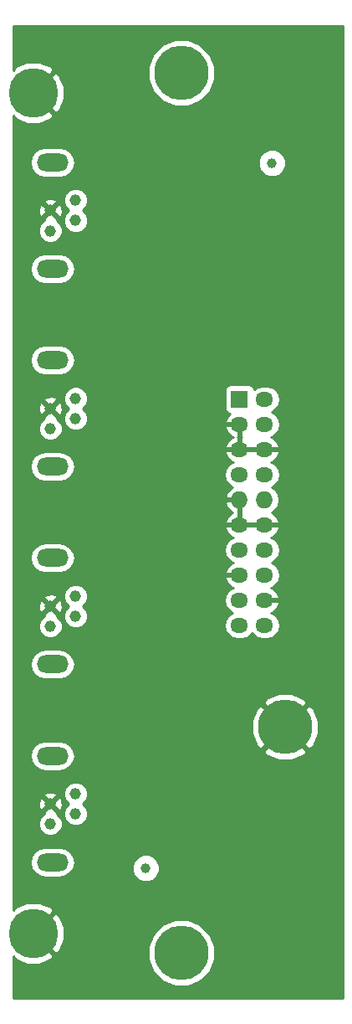
<source format=gtl>
G04 #@! TF.FileFunction,Copper,L1,Top,Signal*
%FSLAX46Y46*%
G04 Gerber Fmt 4.6, Leading zero omitted, Abs format (unit mm)*
G04 Created by KiCad (PCBNEW 4.0.4+e1-6308~48~ubuntu15.10.1-stable) date Fri Nov 17 08:48:54 2017*
%MOMM*%
%LPD*%
G01*
G04 APERTURE LIST*
%ADD10C,0.150000*%
%ADD11C,5.500000*%
%ADD12C,5.000000*%
%ADD13C,1.000000*%
%ADD14R,1.727200X1.727200*%
%ADD15O,1.800000X1.500000*%
%ADD16O,1.727200X1.727200*%
%ADD17C,1.160000*%
%ADD18O,3.200000X1.800000*%
%ADD19C,0.254000*%
G04 APERTURE END LIST*
D10*
D11*
X80772000Y-51296000D03*
X80772000Y-140296000D03*
D12*
X65772000Y-138296000D03*
X65772000Y-53296000D03*
D13*
X77190600Y-131711700D03*
X89966800Y-60401200D03*
D14*
X86671200Y-84290000D03*
D15*
X89211200Y-84290000D03*
X86671200Y-86830000D03*
X89211200Y-86830000D03*
X86671200Y-89370000D03*
X89211200Y-89370000D03*
X86671200Y-91910000D03*
X89211200Y-91910000D03*
D16*
X86671200Y-94450000D03*
X89211200Y-94450000D03*
D15*
X86671200Y-96990000D03*
X89211200Y-96990000D03*
X86671200Y-99530000D03*
X89211200Y-99530000D03*
X86671200Y-102070000D03*
X89211200Y-102070000D03*
X86671200Y-104610000D03*
X89211200Y-104610000D03*
X86671200Y-107150000D03*
X89211200Y-107150000D03*
D11*
X91287600Y-117449600D03*
D17*
X70081200Y-126230000D03*
X70081200Y-124190000D03*
X67531200Y-125210000D03*
X67531200Y-127250000D03*
D18*
X67731200Y-131100000D03*
X67731200Y-120340000D03*
D17*
X70081200Y-106230000D03*
X70081200Y-104190000D03*
X67531200Y-105210000D03*
X67531200Y-107250000D03*
D18*
X67731200Y-111100000D03*
X67731200Y-100340000D03*
D17*
X70081200Y-86230000D03*
X70081200Y-84190000D03*
X67531200Y-85210000D03*
X67531200Y-87250000D03*
D18*
X67731200Y-91100000D03*
X67731200Y-80340000D03*
D17*
X70081200Y-66230000D03*
X70081200Y-64190000D03*
X67531200Y-65210000D03*
X67531200Y-67250000D03*
D18*
X67731200Y-71100000D03*
X67731200Y-60340000D03*
D19*
G36*
X97123700Y-144876900D02*
X63758700Y-144876900D01*
X63758700Y-140596364D01*
X63997421Y-140954564D01*
X65149892Y-141431294D01*
X66397072Y-141430705D01*
X67521915Y-140964780D01*
X77394415Y-140964780D01*
X77907450Y-142206418D01*
X78856586Y-143157212D01*
X80097326Y-143672412D01*
X81440780Y-143673585D01*
X82682418Y-143160550D01*
X83633212Y-142211414D01*
X84148412Y-140970674D01*
X84149585Y-139627220D01*
X83636550Y-138385582D01*
X82687414Y-137434788D01*
X81446674Y-136919588D01*
X80103220Y-136918415D01*
X78861582Y-137431450D01*
X77910788Y-138380586D01*
X77395588Y-139621326D01*
X77394415Y-140964780D01*
X67521915Y-140964780D01*
X67546579Y-140954564D01*
X67828275Y-140531880D01*
X65772000Y-138475605D01*
X65757858Y-138489748D01*
X65578253Y-138310143D01*
X65592395Y-138296000D01*
X65951605Y-138296000D01*
X68007880Y-140352275D01*
X68430564Y-140070579D01*
X68907294Y-138918108D01*
X68906705Y-137670928D01*
X68430564Y-136521421D01*
X68007880Y-136239725D01*
X65951605Y-138296000D01*
X65592395Y-138296000D01*
X65578253Y-138281858D01*
X65757858Y-138102253D01*
X65772000Y-138116395D01*
X67828275Y-136060120D01*
X67546579Y-135637436D01*
X66394108Y-135160706D01*
X65146928Y-135161295D01*
X63997421Y-135637436D01*
X63758700Y-135995636D01*
X63758700Y-131100000D01*
X65460570Y-131100000D01*
X65576806Y-131684358D01*
X65907818Y-132179752D01*
X66403212Y-132510764D01*
X66987570Y-132627000D01*
X68474830Y-132627000D01*
X69059188Y-132510764D01*
X69554582Y-132179752D01*
X69682465Y-131988361D01*
X75793358Y-131988361D01*
X76005590Y-132502003D01*
X76398230Y-132895329D01*
X76911500Y-133108457D01*
X77467261Y-133108942D01*
X77980903Y-132896710D01*
X78374229Y-132504070D01*
X78587357Y-131990800D01*
X78587842Y-131435039D01*
X78375610Y-130921397D01*
X77982970Y-130528071D01*
X77469700Y-130314943D01*
X76913939Y-130314458D01*
X76400297Y-130526690D01*
X76006971Y-130919330D01*
X75793843Y-131432600D01*
X75793358Y-131988361D01*
X69682465Y-131988361D01*
X69885594Y-131684358D01*
X70001830Y-131100000D01*
X69885594Y-130515642D01*
X69554582Y-130020248D01*
X69059188Y-129689236D01*
X68474830Y-129573000D01*
X66987570Y-129573000D01*
X66403212Y-129689236D01*
X65907818Y-130020248D01*
X65576806Y-130515642D01*
X65460570Y-131100000D01*
X63758700Y-131100000D01*
X63758700Y-127489034D01*
X66323990Y-127489034D01*
X66507358Y-127932818D01*
X66846596Y-128272649D01*
X67290059Y-128456790D01*
X67770234Y-128457210D01*
X68214018Y-128273842D01*
X68553849Y-127934604D01*
X68737990Y-127491141D01*
X68738410Y-127010966D01*
X68555042Y-126567182D01*
X68215804Y-126227351D01*
X68168341Y-126207643D01*
X68199812Y-126058217D01*
X67531200Y-125389605D01*
X66862588Y-126058217D01*
X66893990Y-126207313D01*
X66848382Y-126226158D01*
X66508551Y-126565396D01*
X66324410Y-127008859D01*
X66323990Y-127489034D01*
X63758700Y-127489034D01*
X63758700Y-125045823D01*
X66303325Y-125045823D01*
X66333963Y-125528207D01*
X66459619Y-125831568D01*
X66682983Y-125878612D01*
X67351595Y-125210000D01*
X67710805Y-125210000D01*
X68379417Y-125878612D01*
X68602781Y-125831568D01*
X68759075Y-125374177D01*
X68728437Y-124891793D01*
X68602781Y-124588432D01*
X68379417Y-124541388D01*
X67710805Y-125210000D01*
X67351595Y-125210000D01*
X66682983Y-124541388D01*
X66459619Y-124588432D01*
X66303325Y-125045823D01*
X63758700Y-125045823D01*
X63758700Y-124361783D01*
X66862588Y-124361783D01*
X67531200Y-125030395D01*
X68132561Y-124429034D01*
X68873990Y-124429034D01*
X69057358Y-124872818D01*
X69394242Y-125210291D01*
X69058551Y-125545396D01*
X68874410Y-125988859D01*
X68873990Y-126469034D01*
X69057358Y-126912818D01*
X69396596Y-127252649D01*
X69840059Y-127436790D01*
X70320234Y-127437210D01*
X70764018Y-127253842D01*
X71103849Y-126914604D01*
X71287990Y-126471141D01*
X71288410Y-125990966D01*
X71105042Y-125547182D01*
X70768158Y-125209709D01*
X71103849Y-124874604D01*
X71287990Y-124431141D01*
X71288410Y-123950966D01*
X71105042Y-123507182D01*
X70765804Y-123167351D01*
X70322341Y-122983210D01*
X69842166Y-122982790D01*
X69398382Y-123166158D01*
X69058551Y-123505396D01*
X68874410Y-123948859D01*
X68873990Y-124429034D01*
X68132561Y-124429034D01*
X68199812Y-124361783D01*
X68152768Y-124138419D01*
X67695377Y-123982125D01*
X67212993Y-124012763D01*
X66909632Y-124138419D01*
X66862588Y-124361783D01*
X63758700Y-124361783D01*
X63758700Y-120340000D01*
X65460570Y-120340000D01*
X65576806Y-120924358D01*
X65907818Y-121419752D01*
X66403212Y-121750764D01*
X66987570Y-121867000D01*
X68474830Y-121867000D01*
X69059188Y-121750764D01*
X69554582Y-121419752D01*
X69885594Y-120924358D01*
X70001830Y-120340000D01*
X69907519Y-119865866D01*
X89050939Y-119865866D01*
X89363087Y-120314532D01*
X90605943Y-120832931D01*
X91952576Y-120836248D01*
X93197971Y-120323980D01*
X93212113Y-120314532D01*
X93524261Y-119865866D01*
X91287600Y-117629205D01*
X89050939Y-119865866D01*
X69907519Y-119865866D01*
X69885594Y-119755642D01*
X69554582Y-119260248D01*
X69059188Y-118929236D01*
X68474830Y-118813000D01*
X66987570Y-118813000D01*
X66403212Y-118929236D01*
X65907818Y-119260248D01*
X65576806Y-119755642D01*
X65460570Y-120340000D01*
X63758700Y-120340000D01*
X63758700Y-118114576D01*
X87900952Y-118114576D01*
X88413220Y-119359971D01*
X88422668Y-119374113D01*
X88871334Y-119686261D01*
X91107995Y-117449600D01*
X91467205Y-117449600D01*
X93703866Y-119686261D01*
X94152532Y-119374113D01*
X94670931Y-118131257D01*
X94674248Y-116784624D01*
X94161980Y-115539229D01*
X94152532Y-115525087D01*
X93703866Y-115212939D01*
X91467205Y-117449600D01*
X91107995Y-117449600D01*
X88871334Y-115212939D01*
X88422668Y-115525087D01*
X87904269Y-116767943D01*
X87900952Y-118114576D01*
X63758700Y-118114576D01*
X63758700Y-115033334D01*
X89050939Y-115033334D01*
X91287600Y-117269995D01*
X93524261Y-115033334D01*
X93212113Y-114584668D01*
X91969257Y-114066269D01*
X90622624Y-114062952D01*
X89377229Y-114575220D01*
X89363087Y-114584668D01*
X89050939Y-115033334D01*
X63758700Y-115033334D01*
X63758700Y-111100000D01*
X65460570Y-111100000D01*
X65576806Y-111684358D01*
X65907818Y-112179752D01*
X66403212Y-112510764D01*
X66987570Y-112627000D01*
X68474830Y-112627000D01*
X69059188Y-112510764D01*
X69554582Y-112179752D01*
X69885594Y-111684358D01*
X70001830Y-111100000D01*
X69885594Y-110515642D01*
X69554582Y-110020248D01*
X69059188Y-109689236D01*
X68474830Y-109573000D01*
X66987570Y-109573000D01*
X66403212Y-109689236D01*
X65907818Y-110020248D01*
X65576806Y-110515642D01*
X65460570Y-111100000D01*
X63758700Y-111100000D01*
X63758700Y-107489034D01*
X66323990Y-107489034D01*
X66507358Y-107932818D01*
X66846596Y-108272649D01*
X67290059Y-108456790D01*
X67770234Y-108457210D01*
X68214018Y-108273842D01*
X68553849Y-107934604D01*
X68737990Y-107491141D01*
X68738410Y-107010966D01*
X68555042Y-106567182D01*
X68215804Y-106227351D01*
X68168341Y-106207643D01*
X68199812Y-106058217D01*
X67531200Y-105389605D01*
X66862588Y-106058217D01*
X66893990Y-106207313D01*
X66848382Y-106226158D01*
X66508551Y-106565396D01*
X66324410Y-107008859D01*
X66323990Y-107489034D01*
X63758700Y-107489034D01*
X63758700Y-105045823D01*
X66303325Y-105045823D01*
X66333963Y-105528207D01*
X66459619Y-105831568D01*
X66682983Y-105878612D01*
X67351595Y-105210000D01*
X67710805Y-105210000D01*
X68379417Y-105878612D01*
X68602781Y-105831568D01*
X68759075Y-105374177D01*
X68728437Y-104891793D01*
X68602781Y-104588432D01*
X68379417Y-104541388D01*
X67710805Y-105210000D01*
X67351595Y-105210000D01*
X66682983Y-104541388D01*
X66459619Y-104588432D01*
X66303325Y-105045823D01*
X63758700Y-105045823D01*
X63758700Y-104361783D01*
X66862588Y-104361783D01*
X67531200Y-105030395D01*
X68132561Y-104429034D01*
X68873990Y-104429034D01*
X69057358Y-104872818D01*
X69394242Y-105210291D01*
X69058551Y-105545396D01*
X68874410Y-105988859D01*
X68873990Y-106469034D01*
X69057358Y-106912818D01*
X69396596Y-107252649D01*
X69840059Y-107436790D01*
X70320234Y-107437210D01*
X70764018Y-107253842D01*
X71103849Y-106914604D01*
X71287990Y-106471141D01*
X71288410Y-105990966D01*
X71105042Y-105547182D01*
X70768158Y-105209709D01*
X71103849Y-104874604D01*
X71287990Y-104431141D01*
X71288410Y-103950966D01*
X71105042Y-103507182D01*
X70765804Y-103167351D01*
X70322341Y-102983210D01*
X69842166Y-102982790D01*
X69398382Y-103166158D01*
X69058551Y-103505396D01*
X68874410Y-103948859D01*
X68873990Y-104429034D01*
X68132561Y-104429034D01*
X68199812Y-104361783D01*
X68152768Y-104138419D01*
X67695377Y-103982125D01*
X67212993Y-104012763D01*
X66909632Y-104138419D01*
X66862588Y-104361783D01*
X63758700Y-104361783D01*
X63758700Y-100340000D01*
X65460570Y-100340000D01*
X65576806Y-100924358D01*
X65907818Y-101419752D01*
X66403212Y-101750764D01*
X66987570Y-101867000D01*
X68474830Y-101867000D01*
X69059188Y-101750764D01*
X69554582Y-101419752D01*
X69885594Y-100924358D01*
X70001830Y-100340000D01*
X69885594Y-99755642D01*
X69734825Y-99530000D01*
X85114284Y-99530000D01*
X85219102Y-100056955D01*
X85517598Y-100503686D01*
X85964329Y-100802182D01*
X86004878Y-100810248D01*
X85816601Y-100876179D01*
X85413380Y-101236692D01*
X85178882Y-101728815D01*
X85301544Y-101943000D01*
X86544200Y-101943000D01*
X86544200Y-101923000D01*
X86798200Y-101923000D01*
X86798200Y-101943000D01*
X86818200Y-101943000D01*
X86818200Y-102197000D01*
X86798200Y-102197000D01*
X86798200Y-102217000D01*
X86544200Y-102217000D01*
X86544200Y-102197000D01*
X85301544Y-102197000D01*
X85178882Y-102411185D01*
X85413380Y-102903308D01*
X85816601Y-103263821D01*
X86004878Y-103329752D01*
X85964329Y-103337818D01*
X85517598Y-103636314D01*
X85219102Y-104083045D01*
X85114284Y-104610000D01*
X85219102Y-105136955D01*
X85517598Y-105583686D01*
X85961063Y-105880000D01*
X85517598Y-106176314D01*
X85219102Y-106623045D01*
X85114284Y-107150000D01*
X85219102Y-107676955D01*
X85517598Y-108123686D01*
X85964329Y-108422182D01*
X86491284Y-108527000D01*
X86851116Y-108527000D01*
X87378071Y-108422182D01*
X87824802Y-108123686D01*
X87941200Y-107949484D01*
X88057598Y-108123686D01*
X88504329Y-108422182D01*
X89031284Y-108527000D01*
X89391116Y-108527000D01*
X89918071Y-108422182D01*
X90364802Y-108123686D01*
X90663298Y-107676955D01*
X90768116Y-107150000D01*
X90663298Y-106623045D01*
X90364802Y-106176314D01*
X89918071Y-105877818D01*
X89877522Y-105869752D01*
X90065799Y-105803821D01*
X90469020Y-105443308D01*
X90703518Y-104951185D01*
X90580856Y-104737000D01*
X89338200Y-104737000D01*
X89338200Y-104757000D01*
X89084200Y-104757000D01*
X89084200Y-104737000D01*
X89064200Y-104737000D01*
X89064200Y-104483000D01*
X89084200Y-104483000D01*
X89084200Y-104463000D01*
X89338200Y-104463000D01*
X89338200Y-104483000D01*
X90580856Y-104483000D01*
X90703518Y-104268815D01*
X90469020Y-103776692D01*
X90065799Y-103416179D01*
X89877522Y-103350248D01*
X89918071Y-103342182D01*
X90364802Y-103043686D01*
X90663298Y-102596955D01*
X90768116Y-102070000D01*
X90663298Y-101543045D01*
X90364802Y-101096314D01*
X89921337Y-100800000D01*
X90364802Y-100503686D01*
X90663298Y-100056955D01*
X90768116Y-99530000D01*
X90663298Y-99003045D01*
X90364802Y-98556314D01*
X89918071Y-98257818D01*
X89877522Y-98249752D01*
X90065799Y-98183821D01*
X90469020Y-97823308D01*
X90703518Y-97331185D01*
X90580856Y-97117000D01*
X89338200Y-97117000D01*
X89338200Y-97137000D01*
X89084200Y-97137000D01*
X89084200Y-97117000D01*
X86798200Y-97117000D01*
X86798200Y-97137000D01*
X86544200Y-97137000D01*
X86544200Y-97117000D01*
X85301544Y-97117000D01*
X85178882Y-97331185D01*
X85413380Y-97823308D01*
X85816601Y-98183821D01*
X86004878Y-98249752D01*
X85964329Y-98257818D01*
X85517598Y-98556314D01*
X85219102Y-99003045D01*
X85114284Y-99530000D01*
X69734825Y-99530000D01*
X69554582Y-99260248D01*
X69059188Y-98929236D01*
X68474830Y-98813000D01*
X66987570Y-98813000D01*
X66403212Y-98929236D01*
X65907818Y-99260248D01*
X65576806Y-99755642D01*
X65460570Y-100340000D01*
X63758700Y-100340000D01*
X63758700Y-96648815D01*
X85178882Y-96648815D01*
X85301544Y-96863000D01*
X86544200Y-96863000D01*
X86544200Y-94577000D01*
X85337383Y-94577000D01*
X85216242Y-94809026D01*
X85388512Y-95224947D01*
X85782710Y-95656821D01*
X85967389Y-95743376D01*
X85816601Y-95796179D01*
X85413380Y-96156692D01*
X85178882Y-96648815D01*
X63758700Y-96648815D01*
X63758700Y-91100000D01*
X65460570Y-91100000D01*
X65576806Y-91684358D01*
X65907818Y-92179752D01*
X66403212Y-92510764D01*
X66987570Y-92627000D01*
X68474830Y-92627000D01*
X69059188Y-92510764D01*
X69554582Y-92179752D01*
X69734824Y-91910000D01*
X85114284Y-91910000D01*
X85219102Y-92436955D01*
X85517598Y-92883686D01*
X85943109Y-93168004D01*
X85782710Y-93243179D01*
X85388512Y-93675053D01*
X85216242Y-94090974D01*
X85337383Y-94323000D01*
X86544200Y-94323000D01*
X86544200Y-94303000D01*
X86798200Y-94303000D01*
X86798200Y-94323000D01*
X86818200Y-94323000D01*
X86818200Y-94577000D01*
X86798200Y-94577000D01*
X86798200Y-96863000D01*
X89084200Y-96863000D01*
X89084200Y-96843000D01*
X89338200Y-96843000D01*
X89338200Y-96863000D01*
X90580856Y-96863000D01*
X90703518Y-96648815D01*
X90469020Y-96156692D01*
X90065799Y-95796179D01*
X89928904Y-95748241D01*
X90294416Y-95504013D01*
X90617538Y-95020428D01*
X90731003Y-94450000D01*
X90617538Y-93879572D01*
X90294416Y-93395987D01*
X89946253Y-93163351D01*
X90364802Y-92883686D01*
X90663298Y-92436955D01*
X90768116Y-91910000D01*
X90663298Y-91383045D01*
X90364802Y-90936314D01*
X89918071Y-90637818D01*
X89877522Y-90629752D01*
X90065799Y-90563821D01*
X90469020Y-90203308D01*
X90703518Y-89711185D01*
X90580856Y-89497000D01*
X89338200Y-89497000D01*
X89338200Y-89517000D01*
X89084200Y-89517000D01*
X89084200Y-89497000D01*
X86798200Y-89497000D01*
X86798200Y-89517000D01*
X86544200Y-89517000D01*
X86544200Y-89497000D01*
X85301544Y-89497000D01*
X85178882Y-89711185D01*
X85413380Y-90203308D01*
X85816601Y-90563821D01*
X86004878Y-90629752D01*
X85964329Y-90637818D01*
X85517598Y-90936314D01*
X85219102Y-91383045D01*
X85114284Y-91910000D01*
X69734824Y-91910000D01*
X69885594Y-91684358D01*
X70001830Y-91100000D01*
X69885594Y-90515642D01*
X69554582Y-90020248D01*
X69059188Y-89689236D01*
X68474830Y-89573000D01*
X66987570Y-89573000D01*
X66403212Y-89689236D01*
X65907818Y-90020248D01*
X65576806Y-90515642D01*
X65460570Y-91100000D01*
X63758700Y-91100000D01*
X63758700Y-87489034D01*
X66323990Y-87489034D01*
X66507358Y-87932818D01*
X66846596Y-88272649D01*
X67290059Y-88456790D01*
X67770234Y-88457210D01*
X68214018Y-88273842D01*
X68553849Y-87934604D01*
X68737990Y-87491141D01*
X68738410Y-87010966D01*
X68555042Y-86567182D01*
X68215804Y-86227351D01*
X68168341Y-86207643D01*
X68199812Y-86058217D01*
X67531200Y-85389605D01*
X66862588Y-86058217D01*
X66893990Y-86207313D01*
X66848382Y-86226158D01*
X66508551Y-86565396D01*
X66324410Y-87008859D01*
X66323990Y-87489034D01*
X63758700Y-87489034D01*
X63758700Y-85045823D01*
X66303325Y-85045823D01*
X66333963Y-85528207D01*
X66459619Y-85831568D01*
X66682983Y-85878612D01*
X67351595Y-85210000D01*
X67710805Y-85210000D01*
X68379417Y-85878612D01*
X68602781Y-85831568D01*
X68759075Y-85374177D01*
X68728437Y-84891793D01*
X68602781Y-84588432D01*
X68379417Y-84541388D01*
X67710805Y-85210000D01*
X67351595Y-85210000D01*
X66682983Y-84541388D01*
X66459619Y-84588432D01*
X66303325Y-85045823D01*
X63758700Y-85045823D01*
X63758700Y-84361783D01*
X66862588Y-84361783D01*
X67531200Y-85030395D01*
X68132561Y-84429034D01*
X68873990Y-84429034D01*
X69057358Y-84872818D01*
X69394242Y-85210291D01*
X69058551Y-85545396D01*
X68874410Y-85988859D01*
X68873990Y-86469034D01*
X69057358Y-86912818D01*
X69396596Y-87252649D01*
X69840059Y-87436790D01*
X70320234Y-87437210D01*
X70764018Y-87253842D01*
X70846819Y-87171185D01*
X85178882Y-87171185D01*
X85413380Y-87663308D01*
X85816601Y-88023821D01*
X86034143Y-88100000D01*
X85816601Y-88176179D01*
X85413380Y-88536692D01*
X85178882Y-89028815D01*
X85301544Y-89243000D01*
X86544200Y-89243000D01*
X86544200Y-88142698D01*
X86480393Y-88100000D01*
X86544200Y-88057302D01*
X86544200Y-86957000D01*
X85301544Y-86957000D01*
X85178882Y-87171185D01*
X70846819Y-87171185D01*
X71103849Y-86914604D01*
X71287990Y-86471141D01*
X71288410Y-85990966D01*
X71105042Y-85547182D01*
X70768158Y-85209709D01*
X71103849Y-84874604D01*
X71287990Y-84431141D01*
X71288410Y-83950966D01*
X71105042Y-83507182D01*
X71024401Y-83426400D01*
X85168317Y-83426400D01*
X85168317Y-85153600D01*
X85212037Y-85385952D01*
X85349357Y-85599353D01*
X85558883Y-85742517D01*
X85672037Y-85765431D01*
X85413380Y-85996692D01*
X85178882Y-86488815D01*
X85301544Y-86703000D01*
X86544200Y-86703000D01*
X86544200Y-86683000D01*
X86798200Y-86683000D01*
X86798200Y-86703000D01*
X86818200Y-86703000D01*
X86818200Y-86957000D01*
X86798200Y-86957000D01*
X86798200Y-88057302D01*
X86862007Y-88100000D01*
X86798200Y-88142698D01*
X86798200Y-89243000D01*
X89084200Y-89243000D01*
X89084200Y-89223000D01*
X89338200Y-89223000D01*
X89338200Y-89243000D01*
X90580856Y-89243000D01*
X90703518Y-89028815D01*
X90469020Y-88536692D01*
X90065799Y-88176179D01*
X89877522Y-88110248D01*
X89918071Y-88102182D01*
X90364802Y-87803686D01*
X90663298Y-87356955D01*
X90768116Y-86830000D01*
X90663298Y-86303045D01*
X90364802Y-85856314D01*
X89921337Y-85560000D01*
X90364802Y-85263686D01*
X90663298Y-84816955D01*
X90768116Y-84290000D01*
X90663298Y-83763045D01*
X90364802Y-83316314D01*
X89918071Y-83017818D01*
X89391116Y-82913000D01*
X89031284Y-82913000D01*
X88504329Y-83017818D01*
X88142673Y-83259469D01*
X88130363Y-83194048D01*
X87993043Y-82980647D01*
X87783517Y-82837483D01*
X87534800Y-82787117D01*
X85807600Y-82787117D01*
X85575248Y-82830837D01*
X85361847Y-82968157D01*
X85218683Y-83177683D01*
X85168317Y-83426400D01*
X71024401Y-83426400D01*
X70765804Y-83167351D01*
X70322341Y-82983210D01*
X69842166Y-82982790D01*
X69398382Y-83166158D01*
X69058551Y-83505396D01*
X68874410Y-83948859D01*
X68873990Y-84429034D01*
X68132561Y-84429034D01*
X68199812Y-84361783D01*
X68152768Y-84138419D01*
X67695377Y-83982125D01*
X67212993Y-84012763D01*
X66909632Y-84138419D01*
X66862588Y-84361783D01*
X63758700Y-84361783D01*
X63758700Y-80340000D01*
X65460570Y-80340000D01*
X65576806Y-80924358D01*
X65907818Y-81419752D01*
X66403212Y-81750764D01*
X66987570Y-81867000D01*
X68474830Y-81867000D01*
X69059188Y-81750764D01*
X69554582Y-81419752D01*
X69885594Y-80924358D01*
X70001830Y-80340000D01*
X69885594Y-79755642D01*
X69554582Y-79260248D01*
X69059188Y-78929236D01*
X68474830Y-78813000D01*
X66987570Y-78813000D01*
X66403212Y-78929236D01*
X65907818Y-79260248D01*
X65576806Y-79755642D01*
X65460570Y-80340000D01*
X63758700Y-80340000D01*
X63758700Y-71100000D01*
X65460570Y-71100000D01*
X65576806Y-71684358D01*
X65907818Y-72179752D01*
X66403212Y-72510764D01*
X66987570Y-72627000D01*
X68474830Y-72627000D01*
X69059188Y-72510764D01*
X69554582Y-72179752D01*
X69885594Y-71684358D01*
X70001830Y-71100000D01*
X69885594Y-70515642D01*
X69554582Y-70020248D01*
X69059188Y-69689236D01*
X68474830Y-69573000D01*
X66987570Y-69573000D01*
X66403212Y-69689236D01*
X65907818Y-70020248D01*
X65576806Y-70515642D01*
X65460570Y-71100000D01*
X63758700Y-71100000D01*
X63758700Y-67489034D01*
X66323990Y-67489034D01*
X66507358Y-67932818D01*
X66846596Y-68272649D01*
X67290059Y-68456790D01*
X67770234Y-68457210D01*
X68214018Y-68273842D01*
X68553849Y-67934604D01*
X68737990Y-67491141D01*
X68738410Y-67010966D01*
X68555042Y-66567182D01*
X68215804Y-66227351D01*
X68168341Y-66207643D01*
X68199812Y-66058217D01*
X67531200Y-65389605D01*
X66862588Y-66058217D01*
X66893990Y-66207313D01*
X66848382Y-66226158D01*
X66508551Y-66565396D01*
X66324410Y-67008859D01*
X66323990Y-67489034D01*
X63758700Y-67489034D01*
X63758700Y-65045823D01*
X66303325Y-65045823D01*
X66333963Y-65528207D01*
X66459619Y-65831568D01*
X66682983Y-65878612D01*
X67351595Y-65210000D01*
X67710805Y-65210000D01*
X68379417Y-65878612D01*
X68602781Y-65831568D01*
X68759075Y-65374177D01*
X68728437Y-64891793D01*
X68602781Y-64588432D01*
X68379417Y-64541388D01*
X67710805Y-65210000D01*
X67351595Y-65210000D01*
X66682983Y-64541388D01*
X66459619Y-64588432D01*
X66303325Y-65045823D01*
X63758700Y-65045823D01*
X63758700Y-64361783D01*
X66862588Y-64361783D01*
X67531200Y-65030395D01*
X68132561Y-64429034D01*
X68873990Y-64429034D01*
X69057358Y-64872818D01*
X69394242Y-65210291D01*
X69058551Y-65545396D01*
X68874410Y-65988859D01*
X68873990Y-66469034D01*
X69057358Y-66912818D01*
X69396596Y-67252649D01*
X69840059Y-67436790D01*
X70320234Y-67437210D01*
X70764018Y-67253842D01*
X71103849Y-66914604D01*
X71287990Y-66471141D01*
X71288410Y-65990966D01*
X71105042Y-65547182D01*
X70768158Y-65209709D01*
X71103849Y-64874604D01*
X71287990Y-64431141D01*
X71288410Y-63950966D01*
X71105042Y-63507182D01*
X70765804Y-63167351D01*
X70322341Y-62983210D01*
X69842166Y-62982790D01*
X69398382Y-63166158D01*
X69058551Y-63505396D01*
X68874410Y-63948859D01*
X68873990Y-64429034D01*
X68132561Y-64429034D01*
X68199812Y-64361783D01*
X68152768Y-64138419D01*
X67695377Y-63982125D01*
X67212993Y-64012763D01*
X66909632Y-64138419D01*
X66862588Y-64361783D01*
X63758700Y-64361783D01*
X63758700Y-60340000D01*
X65460570Y-60340000D01*
X65576806Y-60924358D01*
X65907818Y-61419752D01*
X66403212Y-61750764D01*
X66987570Y-61867000D01*
X68474830Y-61867000D01*
X69059188Y-61750764D01*
X69554582Y-61419752D01*
X69885594Y-60924358D01*
X69934625Y-60677861D01*
X88569558Y-60677861D01*
X88781790Y-61191503D01*
X89174430Y-61584829D01*
X89687700Y-61797957D01*
X90243461Y-61798442D01*
X90757103Y-61586210D01*
X91150429Y-61193570D01*
X91363557Y-60680300D01*
X91364042Y-60124539D01*
X91151810Y-59610897D01*
X90759170Y-59217571D01*
X90245900Y-59004443D01*
X89690139Y-59003958D01*
X89176497Y-59216190D01*
X88783171Y-59608830D01*
X88570043Y-60122100D01*
X88569558Y-60677861D01*
X69934625Y-60677861D01*
X70001830Y-60340000D01*
X69885594Y-59755642D01*
X69554582Y-59260248D01*
X69059188Y-58929236D01*
X68474830Y-58813000D01*
X66987570Y-58813000D01*
X66403212Y-58929236D01*
X65907818Y-59260248D01*
X65576806Y-59755642D01*
X65460570Y-60340000D01*
X63758700Y-60340000D01*
X63758700Y-55596364D01*
X63997421Y-55954564D01*
X65149892Y-56431294D01*
X66397072Y-56430705D01*
X67546579Y-55954564D01*
X67828275Y-55531880D01*
X65772000Y-53475605D01*
X65757858Y-53489748D01*
X65578253Y-53310143D01*
X65592395Y-53296000D01*
X65951605Y-53296000D01*
X68007880Y-55352275D01*
X68430564Y-55070579D01*
X68907294Y-53918108D01*
X68906705Y-52670928D01*
X68614210Y-51964780D01*
X77394415Y-51964780D01*
X77907450Y-53206418D01*
X78856586Y-54157212D01*
X80097326Y-54672412D01*
X81440780Y-54673585D01*
X82682418Y-54160550D01*
X83633212Y-53211414D01*
X84148412Y-51970674D01*
X84149585Y-50627220D01*
X83636550Y-49385582D01*
X82687414Y-48434788D01*
X81446674Y-47919588D01*
X80103220Y-47918415D01*
X78861582Y-48431450D01*
X77910788Y-49380586D01*
X77395588Y-50621326D01*
X77394415Y-51964780D01*
X68614210Y-51964780D01*
X68430564Y-51521421D01*
X68007880Y-51239725D01*
X65951605Y-53296000D01*
X65592395Y-53296000D01*
X65578253Y-53281858D01*
X65757858Y-53102253D01*
X65772000Y-53116395D01*
X67828275Y-51060120D01*
X67546579Y-50637436D01*
X66394108Y-50160706D01*
X65146928Y-50161295D01*
X63997421Y-50637436D01*
X63758700Y-50995636D01*
X63758700Y-46537500D01*
X97123700Y-46537500D01*
X97123700Y-144876900D01*
X97123700Y-144876900D01*
G37*
X97123700Y-144876900D02*
X63758700Y-144876900D01*
X63758700Y-140596364D01*
X63997421Y-140954564D01*
X65149892Y-141431294D01*
X66397072Y-141430705D01*
X67521915Y-140964780D01*
X77394415Y-140964780D01*
X77907450Y-142206418D01*
X78856586Y-143157212D01*
X80097326Y-143672412D01*
X81440780Y-143673585D01*
X82682418Y-143160550D01*
X83633212Y-142211414D01*
X84148412Y-140970674D01*
X84149585Y-139627220D01*
X83636550Y-138385582D01*
X82687414Y-137434788D01*
X81446674Y-136919588D01*
X80103220Y-136918415D01*
X78861582Y-137431450D01*
X77910788Y-138380586D01*
X77395588Y-139621326D01*
X77394415Y-140964780D01*
X67521915Y-140964780D01*
X67546579Y-140954564D01*
X67828275Y-140531880D01*
X65772000Y-138475605D01*
X65757858Y-138489748D01*
X65578253Y-138310143D01*
X65592395Y-138296000D01*
X65951605Y-138296000D01*
X68007880Y-140352275D01*
X68430564Y-140070579D01*
X68907294Y-138918108D01*
X68906705Y-137670928D01*
X68430564Y-136521421D01*
X68007880Y-136239725D01*
X65951605Y-138296000D01*
X65592395Y-138296000D01*
X65578253Y-138281858D01*
X65757858Y-138102253D01*
X65772000Y-138116395D01*
X67828275Y-136060120D01*
X67546579Y-135637436D01*
X66394108Y-135160706D01*
X65146928Y-135161295D01*
X63997421Y-135637436D01*
X63758700Y-135995636D01*
X63758700Y-131100000D01*
X65460570Y-131100000D01*
X65576806Y-131684358D01*
X65907818Y-132179752D01*
X66403212Y-132510764D01*
X66987570Y-132627000D01*
X68474830Y-132627000D01*
X69059188Y-132510764D01*
X69554582Y-132179752D01*
X69682465Y-131988361D01*
X75793358Y-131988361D01*
X76005590Y-132502003D01*
X76398230Y-132895329D01*
X76911500Y-133108457D01*
X77467261Y-133108942D01*
X77980903Y-132896710D01*
X78374229Y-132504070D01*
X78587357Y-131990800D01*
X78587842Y-131435039D01*
X78375610Y-130921397D01*
X77982970Y-130528071D01*
X77469700Y-130314943D01*
X76913939Y-130314458D01*
X76400297Y-130526690D01*
X76006971Y-130919330D01*
X75793843Y-131432600D01*
X75793358Y-131988361D01*
X69682465Y-131988361D01*
X69885594Y-131684358D01*
X70001830Y-131100000D01*
X69885594Y-130515642D01*
X69554582Y-130020248D01*
X69059188Y-129689236D01*
X68474830Y-129573000D01*
X66987570Y-129573000D01*
X66403212Y-129689236D01*
X65907818Y-130020248D01*
X65576806Y-130515642D01*
X65460570Y-131100000D01*
X63758700Y-131100000D01*
X63758700Y-127489034D01*
X66323990Y-127489034D01*
X66507358Y-127932818D01*
X66846596Y-128272649D01*
X67290059Y-128456790D01*
X67770234Y-128457210D01*
X68214018Y-128273842D01*
X68553849Y-127934604D01*
X68737990Y-127491141D01*
X68738410Y-127010966D01*
X68555042Y-126567182D01*
X68215804Y-126227351D01*
X68168341Y-126207643D01*
X68199812Y-126058217D01*
X67531200Y-125389605D01*
X66862588Y-126058217D01*
X66893990Y-126207313D01*
X66848382Y-126226158D01*
X66508551Y-126565396D01*
X66324410Y-127008859D01*
X66323990Y-127489034D01*
X63758700Y-127489034D01*
X63758700Y-125045823D01*
X66303325Y-125045823D01*
X66333963Y-125528207D01*
X66459619Y-125831568D01*
X66682983Y-125878612D01*
X67351595Y-125210000D01*
X67710805Y-125210000D01*
X68379417Y-125878612D01*
X68602781Y-125831568D01*
X68759075Y-125374177D01*
X68728437Y-124891793D01*
X68602781Y-124588432D01*
X68379417Y-124541388D01*
X67710805Y-125210000D01*
X67351595Y-125210000D01*
X66682983Y-124541388D01*
X66459619Y-124588432D01*
X66303325Y-125045823D01*
X63758700Y-125045823D01*
X63758700Y-124361783D01*
X66862588Y-124361783D01*
X67531200Y-125030395D01*
X68132561Y-124429034D01*
X68873990Y-124429034D01*
X69057358Y-124872818D01*
X69394242Y-125210291D01*
X69058551Y-125545396D01*
X68874410Y-125988859D01*
X68873990Y-126469034D01*
X69057358Y-126912818D01*
X69396596Y-127252649D01*
X69840059Y-127436790D01*
X70320234Y-127437210D01*
X70764018Y-127253842D01*
X71103849Y-126914604D01*
X71287990Y-126471141D01*
X71288410Y-125990966D01*
X71105042Y-125547182D01*
X70768158Y-125209709D01*
X71103849Y-124874604D01*
X71287990Y-124431141D01*
X71288410Y-123950966D01*
X71105042Y-123507182D01*
X70765804Y-123167351D01*
X70322341Y-122983210D01*
X69842166Y-122982790D01*
X69398382Y-123166158D01*
X69058551Y-123505396D01*
X68874410Y-123948859D01*
X68873990Y-124429034D01*
X68132561Y-124429034D01*
X68199812Y-124361783D01*
X68152768Y-124138419D01*
X67695377Y-123982125D01*
X67212993Y-124012763D01*
X66909632Y-124138419D01*
X66862588Y-124361783D01*
X63758700Y-124361783D01*
X63758700Y-120340000D01*
X65460570Y-120340000D01*
X65576806Y-120924358D01*
X65907818Y-121419752D01*
X66403212Y-121750764D01*
X66987570Y-121867000D01*
X68474830Y-121867000D01*
X69059188Y-121750764D01*
X69554582Y-121419752D01*
X69885594Y-120924358D01*
X70001830Y-120340000D01*
X69907519Y-119865866D01*
X89050939Y-119865866D01*
X89363087Y-120314532D01*
X90605943Y-120832931D01*
X91952576Y-120836248D01*
X93197971Y-120323980D01*
X93212113Y-120314532D01*
X93524261Y-119865866D01*
X91287600Y-117629205D01*
X89050939Y-119865866D01*
X69907519Y-119865866D01*
X69885594Y-119755642D01*
X69554582Y-119260248D01*
X69059188Y-118929236D01*
X68474830Y-118813000D01*
X66987570Y-118813000D01*
X66403212Y-118929236D01*
X65907818Y-119260248D01*
X65576806Y-119755642D01*
X65460570Y-120340000D01*
X63758700Y-120340000D01*
X63758700Y-118114576D01*
X87900952Y-118114576D01*
X88413220Y-119359971D01*
X88422668Y-119374113D01*
X88871334Y-119686261D01*
X91107995Y-117449600D01*
X91467205Y-117449600D01*
X93703866Y-119686261D01*
X94152532Y-119374113D01*
X94670931Y-118131257D01*
X94674248Y-116784624D01*
X94161980Y-115539229D01*
X94152532Y-115525087D01*
X93703866Y-115212939D01*
X91467205Y-117449600D01*
X91107995Y-117449600D01*
X88871334Y-115212939D01*
X88422668Y-115525087D01*
X87904269Y-116767943D01*
X87900952Y-118114576D01*
X63758700Y-118114576D01*
X63758700Y-115033334D01*
X89050939Y-115033334D01*
X91287600Y-117269995D01*
X93524261Y-115033334D01*
X93212113Y-114584668D01*
X91969257Y-114066269D01*
X90622624Y-114062952D01*
X89377229Y-114575220D01*
X89363087Y-114584668D01*
X89050939Y-115033334D01*
X63758700Y-115033334D01*
X63758700Y-111100000D01*
X65460570Y-111100000D01*
X65576806Y-111684358D01*
X65907818Y-112179752D01*
X66403212Y-112510764D01*
X66987570Y-112627000D01*
X68474830Y-112627000D01*
X69059188Y-112510764D01*
X69554582Y-112179752D01*
X69885594Y-111684358D01*
X70001830Y-111100000D01*
X69885594Y-110515642D01*
X69554582Y-110020248D01*
X69059188Y-109689236D01*
X68474830Y-109573000D01*
X66987570Y-109573000D01*
X66403212Y-109689236D01*
X65907818Y-110020248D01*
X65576806Y-110515642D01*
X65460570Y-111100000D01*
X63758700Y-111100000D01*
X63758700Y-107489034D01*
X66323990Y-107489034D01*
X66507358Y-107932818D01*
X66846596Y-108272649D01*
X67290059Y-108456790D01*
X67770234Y-108457210D01*
X68214018Y-108273842D01*
X68553849Y-107934604D01*
X68737990Y-107491141D01*
X68738410Y-107010966D01*
X68555042Y-106567182D01*
X68215804Y-106227351D01*
X68168341Y-106207643D01*
X68199812Y-106058217D01*
X67531200Y-105389605D01*
X66862588Y-106058217D01*
X66893990Y-106207313D01*
X66848382Y-106226158D01*
X66508551Y-106565396D01*
X66324410Y-107008859D01*
X66323990Y-107489034D01*
X63758700Y-107489034D01*
X63758700Y-105045823D01*
X66303325Y-105045823D01*
X66333963Y-105528207D01*
X66459619Y-105831568D01*
X66682983Y-105878612D01*
X67351595Y-105210000D01*
X67710805Y-105210000D01*
X68379417Y-105878612D01*
X68602781Y-105831568D01*
X68759075Y-105374177D01*
X68728437Y-104891793D01*
X68602781Y-104588432D01*
X68379417Y-104541388D01*
X67710805Y-105210000D01*
X67351595Y-105210000D01*
X66682983Y-104541388D01*
X66459619Y-104588432D01*
X66303325Y-105045823D01*
X63758700Y-105045823D01*
X63758700Y-104361783D01*
X66862588Y-104361783D01*
X67531200Y-105030395D01*
X68132561Y-104429034D01*
X68873990Y-104429034D01*
X69057358Y-104872818D01*
X69394242Y-105210291D01*
X69058551Y-105545396D01*
X68874410Y-105988859D01*
X68873990Y-106469034D01*
X69057358Y-106912818D01*
X69396596Y-107252649D01*
X69840059Y-107436790D01*
X70320234Y-107437210D01*
X70764018Y-107253842D01*
X71103849Y-106914604D01*
X71287990Y-106471141D01*
X71288410Y-105990966D01*
X71105042Y-105547182D01*
X70768158Y-105209709D01*
X71103849Y-104874604D01*
X71287990Y-104431141D01*
X71288410Y-103950966D01*
X71105042Y-103507182D01*
X70765804Y-103167351D01*
X70322341Y-102983210D01*
X69842166Y-102982790D01*
X69398382Y-103166158D01*
X69058551Y-103505396D01*
X68874410Y-103948859D01*
X68873990Y-104429034D01*
X68132561Y-104429034D01*
X68199812Y-104361783D01*
X68152768Y-104138419D01*
X67695377Y-103982125D01*
X67212993Y-104012763D01*
X66909632Y-104138419D01*
X66862588Y-104361783D01*
X63758700Y-104361783D01*
X63758700Y-100340000D01*
X65460570Y-100340000D01*
X65576806Y-100924358D01*
X65907818Y-101419752D01*
X66403212Y-101750764D01*
X66987570Y-101867000D01*
X68474830Y-101867000D01*
X69059188Y-101750764D01*
X69554582Y-101419752D01*
X69885594Y-100924358D01*
X70001830Y-100340000D01*
X69885594Y-99755642D01*
X69734825Y-99530000D01*
X85114284Y-99530000D01*
X85219102Y-100056955D01*
X85517598Y-100503686D01*
X85964329Y-100802182D01*
X86004878Y-100810248D01*
X85816601Y-100876179D01*
X85413380Y-101236692D01*
X85178882Y-101728815D01*
X85301544Y-101943000D01*
X86544200Y-101943000D01*
X86544200Y-101923000D01*
X86798200Y-101923000D01*
X86798200Y-101943000D01*
X86818200Y-101943000D01*
X86818200Y-102197000D01*
X86798200Y-102197000D01*
X86798200Y-102217000D01*
X86544200Y-102217000D01*
X86544200Y-102197000D01*
X85301544Y-102197000D01*
X85178882Y-102411185D01*
X85413380Y-102903308D01*
X85816601Y-103263821D01*
X86004878Y-103329752D01*
X85964329Y-103337818D01*
X85517598Y-103636314D01*
X85219102Y-104083045D01*
X85114284Y-104610000D01*
X85219102Y-105136955D01*
X85517598Y-105583686D01*
X85961063Y-105880000D01*
X85517598Y-106176314D01*
X85219102Y-106623045D01*
X85114284Y-107150000D01*
X85219102Y-107676955D01*
X85517598Y-108123686D01*
X85964329Y-108422182D01*
X86491284Y-108527000D01*
X86851116Y-108527000D01*
X87378071Y-108422182D01*
X87824802Y-108123686D01*
X87941200Y-107949484D01*
X88057598Y-108123686D01*
X88504329Y-108422182D01*
X89031284Y-108527000D01*
X89391116Y-108527000D01*
X89918071Y-108422182D01*
X90364802Y-108123686D01*
X90663298Y-107676955D01*
X90768116Y-107150000D01*
X90663298Y-106623045D01*
X90364802Y-106176314D01*
X89918071Y-105877818D01*
X89877522Y-105869752D01*
X90065799Y-105803821D01*
X90469020Y-105443308D01*
X90703518Y-104951185D01*
X90580856Y-104737000D01*
X89338200Y-104737000D01*
X89338200Y-104757000D01*
X89084200Y-104757000D01*
X89084200Y-104737000D01*
X89064200Y-104737000D01*
X89064200Y-104483000D01*
X89084200Y-104483000D01*
X89084200Y-104463000D01*
X89338200Y-104463000D01*
X89338200Y-104483000D01*
X90580856Y-104483000D01*
X90703518Y-104268815D01*
X90469020Y-103776692D01*
X90065799Y-103416179D01*
X89877522Y-103350248D01*
X89918071Y-103342182D01*
X90364802Y-103043686D01*
X90663298Y-102596955D01*
X90768116Y-102070000D01*
X90663298Y-101543045D01*
X90364802Y-101096314D01*
X89921337Y-100800000D01*
X90364802Y-100503686D01*
X90663298Y-100056955D01*
X90768116Y-99530000D01*
X90663298Y-99003045D01*
X90364802Y-98556314D01*
X89918071Y-98257818D01*
X89877522Y-98249752D01*
X90065799Y-98183821D01*
X90469020Y-97823308D01*
X90703518Y-97331185D01*
X90580856Y-97117000D01*
X89338200Y-97117000D01*
X89338200Y-97137000D01*
X89084200Y-97137000D01*
X89084200Y-97117000D01*
X86798200Y-97117000D01*
X86798200Y-97137000D01*
X86544200Y-97137000D01*
X86544200Y-97117000D01*
X85301544Y-97117000D01*
X85178882Y-97331185D01*
X85413380Y-97823308D01*
X85816601Y-98183821D01*
X86004878Y-98249752D01*
X85964329Y-98257818D01*
X85517598Y-98556314D01*
X85219102Y-99003045D01*
X85114284Y-99530000D01*
X69734825Y-99530000D01*
X69554582Y-99260248D01*
X69059188Y-98929236D01*
X68474830Y-98813000D01*
X66987570Y-98813000D01*
X66403212Y-98929236D01*
X65907818Y-99260248D01*
X65576806Y-99755642D01*
X65460570Y-100340000D01*
X63758700Y-100340000D01*
X63758700Y-96648815D01*
X85178882Y-96648815D01*
X85301544Y-96863000D01*
X86544200Y-96863000D01*
X86544200Y-94577000D01*
X85337383Y-94577000D01*
X85216242Y-94809026D01*
X85388512Y-95224947D01*
X85782710Y-95656821D01*
X85967389Y-95743376D01*
X85816601Y-95796179D01*
X85413380Y-96156692D01*
X85178882Y-96648815D01*
X63758700Y-96648815D01*
X63758700Y-91100000D01*
X65460570Y-91100000D01*
X65576806Y-91684358D01*
X65907818Y-92179752D01*
X66403212Y-92510764D01*
X66987570Y-92627000D01*
X68474830Y-92627000D01*
X69059188Y-92510764D01*
X69554582Y-92179752D01*
X69734824Y-91910000D01*
X85114284Y-91910000D01*
X85219102Y-92436955D01*
X85517598Y-92883686D01*
X85943109Y-93168004D01*
X85782710Y-93243179D01*
X85388512Y-93675053D01*
X85216242Y-94090974D01*
X85337383Y-94323000D01*
X86544200Y-94323000D01*
X86544200Y-94303000D01*
X86798200Y-94303000D01*
X86798200Y-94323000D01*
X86818200Y-94323000D01*
X86818200Y-94577000D01*
X86798200Y-94577000D01*
X86798200Y-96863000D01*
X89084200Y-96863000D01*
X89084200Y-96843000D01*
X89338200Y-96843000D01*
X89338200Y-96863000D01*
X90580856Y-96863000D01*
X90703518Y-96648815D01*
X90469020Y-96156692D01*
X90065799Y-95796179D01*
X89928904Y-95748241D01*
X90294416Y-95504013D01*
X90617538Y-95020428D01*
X90731003Y-94450000D01*
X90617538Y-93879572D01*
X90294416Y-93395987D01*
X89946253Y-93163351D01*
X90364802Y-92883686D01*
X90663298Y-92436955D01*
X90768116Y-91910000D01*
X90663298Y-91383045D01*
X90364802Y-90936314D01*
X89918071Y-90637818D01*
X89877522Y-90629752D01*
X90065799Y-90563821D01*
X90469020Y-90203308D01*
X90703518Y-89711185D01*
X90580856Y-89497000D01*
X89338200Y-89497000D01*
X89338200Y-89517000D01*
X89084200Y-89517000D01*
X89084200Y-89497000D01*
X86798200Y-89497000D01*
X86798200Y-89517000D01*
X86544200Y-89517000D01*
X86544200Y-89497000D01*
X85301544Y-89497000D01*
X85178882Y-89711185D01*
X85413380Y-90203308D01*
X85816601Y-90563821D01*
X86004878Y-90629752D01*
X85964329Y-90637818D01*
X85517598Y-90936314D01*
X85219102Y-91383045D01*
X85114284Y-91910000D01*
X69734824Y-91910000D01*
X69885594Y-91684358D01*
X70001830Y-91100000D01*
X69885594Y-90515642D01*
X69554582Y-90020248D01*
X69059188Y-89689236D01*
X68474830Y-89573000D01*
X66987570Y-89573000D01*
X66403212Y-89689236D01*
X65907818Y-90020248D01*
X65576806Y-90515642D01*
X65460570Y-91100000D01*
X63758700Y-91100000D01*
X63758700Y-87489034D01*
X66323990Y-87489034D01*
X66507358Y-87932818D01*
X66846596Y-88272649D01*
X67290059Y-88456790D01*
X67770234Y-88457210D01*
X68214018Y-88273842D01*
X68553849Y-87934604D01*
X68737990Y-87491141D01*
X68738410Y-87010966D01*
X68555042Y-86567182D01*
X68215804Y-86227351D01*
X68168341Y-86207643D01*
X68199812Y-86058217D01*
X67531200Y-85389605D01*
X66862588Y-86058217D01*
X66893990Y-86207313D01*
X66848382Y-86226158D01*
X66508551Y-86565396D01*
X66324410Y-87008859D01*
X66323990Y-87489034D01*
X63758700Y-87489034D01*
X63758700Y-85045823D01*
X66303325Y-85045823D01*
X66333963Y-85528207D01*
X66459619Y-85831568D01*
X66682983Y-85878612D01*
X67351595Y-85210000D01*
X67710805Y-85210000D01*
X68379417Y-85878612D01*
X68602781Y-85831568D01*
X68759075Y-85374177D01*
X68728437Y-84891793D01*
X68602781Y-84588432D01*
X68379417Y-84541388D01*
X67710805Y-85210000D01*
X67351595Y-85210000D01*
X66682983Y-84541388D01*
X66459619Y-84588432D01*
X66303325Y-85045823D01*
X63758700Y-85045823D01*
X63758700Y-84361783D01*
X66862588Y-84361783D01*
X67531200Y-85030395D01*
X68132561Y-84429034D01*
X68873990Y-84429034D01*
X69057358Y-84872818D01*
X69394242Y-85210291D01*
X69058551Y-85545396D01*
X68874410Y-85988859D01*
X68873990Y-86469034D01*
X69057358Y-86912818D01*
X69396596Y-87252649D01*
X69840059Y-87436790D01*
X70320234Y-87437210D01*
X70764018Y-87253842D01*
X70846819Y-87171185D01*
X85178882Y-87171185D01*
X85413380Y-87663308D01*
X85816601Y-88023821D01*
X86034143Y-88100000D01*
X85816601Y-88176179D01*
X85413380Y-88536692D01*
X85178882Y-89028815D01*
X85301544Y-89243000D01*
X86544200Y-89243000D01*
X86544200Y-88142698D01*
X86480393Y-88100000D01*
X86544200Y-88057302D01*
X86544200Y-86957000D01*
X85301544Y-86957000D01*
X85178882Y-87171185D01*
X70846819Y-87171185D01*
X71103849Y-86914604D01*
X71287990Y-86471141D01*
X71288410Y-85990966D01*
X71105042Y-85547182D01*
X70768158Y-85209709D01*
X71103849Y-84874604D01*
X71287990Y-84431141D01*
X71288410Y-83950966D01*
X71105042Y-83507182D01*
X71024401Y-83426400D01*
X85168317Y-83426400D01*
X85168317Y-85153600D01*
X85212037Y-85385952D01*
X85349357Y-85599353D01*
X85558883Y-85742517D01*
X85672037Y-85765431D01*
X85413380Y-85996692D01*
X85178882Y-86488815D01*
X85301544Y-86703000D01*
X86544200Y-86703000D01*
X86544200Y-86683000D01*
X86798200Y-86683000D01*
X86798200Y-86703000D01*
X86818200Y-86703000D01*
X86818200Y-86957000D01*
X86798200Y-86957000D01*
X86798200Y-88057302D01*
X86862007Y-88100000D01*
X86798200Y-88142698D01*
X86798200Y-89243000D01*
X89084200Y-89243000D01*
X89084200Y-89223000D01*
X89338200Y-89223000D01*
X89338200Y-89243000D01*
X90580856Y-89243000D01*
X90703518Y-89028815D01*
X90469020Y-88536692D01*
X90065799Y-88176179D01*
X89877522Y-88110248D01*
X89918071Y-88102182D01*
X90364802Y-87803686D01*
X90663298Y-87356955D01*
X90768116Y-86830000D01*
X90663298Y-86303045D01*
X90364802Y-85856314D01*
X89921337Y-85560000D01*
X90364802Y-85263686D01*
X90663298Y-84816955D01*
X90768116Y-84290000D01*
X90663298Y-83763045D01*
X90364802Y-83316314D01*
X89918071Y-83017818D01*
X89391116Y-82913000D01*
X89031284Y-82913000D01*
X88504329Y-83017818D01*
X88142673Y-83259469D01*
X88130363Y-83194048D01*
X87993043Y-82980647D01*
X87783517Y-82837483D01*
X87534800Y-82787117D01*
X85807600Y-82787117D01*
X85575248Y-82830837D01*
X85361847Y-82968157D01*
X85218683Y-83177683D01*
X85168317Y-83426400D01*
X71024401Y-83426400D01*
X70765804Y-83167351D01*
X70322341Y-82983210D01*
X69842166Y-82982790D01*
X69398382Y-83166158D01*
X69058551Y-83505396D01*
X68874410Y-83948859D01*
X68873990Y-84429034D01*
X68132561Y-84429034D01*
X68199812Y-84361783D01*
X68152768Y-84138419D01*
X67695377Y-83982125D01*
X67212993Y-84012763D01*
X66909632Y-84138419D01*
X66862588Y-84361783D01*
X63758700Y-84361783D01*
X63758700Y-80340000D01*
X65460570Y-80340000D01*
X65576806Y-80924358D01*
X65907818Y-81419752D01*
X66403212Y-81750764D01*
X66987570Y-81867000D01*
X68474830Y-81867000D01*
X69059188Y-81750764D01*
X69554582Y-81419752D01*
X69885594Y-80924358D01*
X70001830Y-80340000D01*
X69885594Y-79755642D01*
X69554582Y-79260248D01*
X69059188Y-78929236D01*
X68474830Y-78813000D01*
X66987570Y-78813000D01*
X66403212Y-78929236D01*
X65907818Y-79260248D01*
X65576806Y-79755642D01*
X65460570Y-80340000D01*
X63758700Y-80340000D01*
X63758700Y-71100000D01*
X65460570Y-71100000D01*
X65576806Y-71684358D01*
X65907818Y-72179752D01*
X66403212Y-72510764D01*
X66987570Y-72627000D01*
X68474830Y-72627000D01*
X69059188Y-72510764D01*
X69554582Y-72179752D01*
X69885594Y-71684358D01*
X70001830Y-71100000D01*
X69885594Y-70515642D01*
X69554582Y-70020248D01*
X69059188Y-69689236D01*
X68474830Y-69573000D01*
X66987570Y-69573000D01*
X66403212Y-69689236D01*
X65907818Y-70020248D01*
X65576806Y-70515642D01*
X65460570Y-71100000D01*
X63758700Y-71100000D01*
X63758700Y-67489034D01*
X66323990Y-67489034D01*
X66507358Y-67932818D01*
X66846596Y-68272649D01*
X67290059Y-68456790D01*
X67770234Y-68457210D01*
X68214018Y-68273842D01*
X68553849Y-67934604D01*
X68737990Y-67491141D01*
X68738410Y-67010966D01*
X68555042Y-66567182D01*
X68215804Y-66227351D01*
X68168341Y-66207643D01*
X68199812Y-66058217D01*
X67531200Y-65389605D01*
X66862588Y-66058217D01*
X66893990Y-66207313D01*
X66848382Y-66226158D01*
X66508551Y-66565396D01*
X66324410Y-67008859D01*
X66323990Y-67489034D01*
X63758700Y-67489034D01*
X63758700Y-65045823D01*
X66303325Y-65045823D01*
X66333963Y-65528207D01*
X66459619Y-65831568D01*
X66682983Y-65878612D01*
X67351595Y-65210000D01*
X67710805Y-65210000D01*
X68379417Y-65878612D01*
X68602781Y-65831568D01*
X68759075Y-65374177D01*
X68728437Y-64891793D01*
X68602781Y-64588432D01*
X68379417Y-64541388D01*
X67710805Y-65210000D01*
X67351595Y-65210000D01*
X66682983Y-64541388D01*
X66459619Y-64588432D01*
X66303325Y-65045823D01*
X63758700Y-65045823D01*
X63758700Y-64361783D01*
X66862588Y-64361783D01*
X67531200Y-65030395D01*
X68132561Y-64429034D01*
X68873990Y-64429034D01*
X69057358Y-64872818D01*
X69394242Y-65210291D01*
X69058551Y-65545396D01*
X68874410Y-65988859D01*
X68873990Y-66469034D01*
X69057358Y-66912818D01*
X69396596Y-67252649D01*
X69840059Y-67436790D01*
X70320234Y-67437210D01*
X70764018Y-67253842D01*
X71103849Y-66914604D01*
X71287990Y-66471141D01*
X71288410Y-65990966D01*
X71105042Y-65547182D01*
X70768158Y-65209709D01*
X71103849Y-64874604D01*
X71287990Y-64431141D01*
X71288410Y-63950966D01*
X71105042Y-63507182D01*
X70765804Y-63167351D01*
X70322341Y-62983210D01*
X69842166Y-62982790D01*
X69398382Y-63166158D01*
X69058551Y-63505396D01*
X68874410Y-63948859D01*
X68873990Y-64429034D01*
X68132561Y-64429034D01*
X68199812Y-64361783D01*
X68152768Y-64138419D01*
X67695377Y-63982125D01*
X67212993Y-64012763D01*
X66909632Y-64138419D01*
X66862588Y-64361783D01*
X63758700Y-64361783D01*
X63758700Y-60340000D01*
X65460570Y-60340000D01*
X65576806Y-60924358D01*
X65907818Y-61419752D01*
X66403212Y-61750764D01*
X66987570Y-61867000D01*
X68474830Y-61867000D01*
X69059188Y-61750764D01*
X69554582Y-61419752D01*
X69885594Y-60924358D01*
X69934625Y-60677861D01*
X88569558Y-60677861D01*
X88781790Y-61191503D01*
X89174430Y-61584829D01*
X89687700Y-61797957D01*
X90243461Y-61798442D01*
X90757103Y-61586210D01*
X91150429Y-61193570D01*
X91363557Y-60680300D01*
X91364042Y-60124539D01*
X91151810Y-59610897D01*
X90759170Y-59217571D01*
X90245900Y-59004443D01*
X89690139Y-59003958D01*
X89176497Y-59216190D01*
X88783171Y-59608830D01*
X88570043Y-60122100D01*
X88569558Y-60677861D01*
X69934625Y-60677861D01*
X70001830Y-60340000D01*
X69885594Y-59755642D01*
X69554582Y-59260248D01*
X69059188Y-58929236D01*
X68474830Y-58813000D01*
X66987570Y-58813000D01*
X66403212Y-58929236D01*
X65907818Y-59260248D01*
X65576806Y-59755642D01*
X65460570Y-60340000D01*
X63758700Y-60340000D01*
X63758700Y-55596364D01*
X63997421Y-55954564D01*
X65149892Y-56431294D01*
X66397072Y-56430705D01*
X67546579Y-55954564D01*
X67828275Y-55531880D01*
X65772000Y-53475605D01*
X65757858Y-53489748D01*
X65578253Y-53310143D01*
X65592395Y-53296000D01*
X65951605Y-53296000D01*
X68007880Y-55352275D01*
X68430564Y-55070579D01*
X68907294Y-53918108D01*
X68906705Y-52670928D01*
X68614210Y-51964780D01*
X77394415Y-51964780D01*
X77907450Y-53206418D01*
X78856586Y-54157212D01*
X80097326Y-54672412D01*
X81440780Y-54673585D01*
X82682418Y-54160550D01*
X83633212Y-53211414D01*
X84148412Y-51970674D01*
X84149585Y-50627220D01*
X83636550Y-49385582D01*
X82687414Y-48434788D01*
X81446674Y-47919588D01*
X80103220Y-47918415D01*
X78861582Y-48431450D01*
X77910788Y-49380586D01*
X77395588Y-50621326D01*
X77394415Y-51964780D01*
X68614210Y-51964780D01*
X68430564Y-51521421D01*
X68007880Y-51239725D01*
X65951605Y-53296000D01*
X65592395Y-53296000D01*
X65578253Y-53281858D01*
X65757858Y-53102253D01*
X65772000Y-53116395D01*
X67828275Y-51060120D01*
X67546579Y-50637436D01*
X66394108Y-50160706D01*
X65146928Y-50161295D01*
X63997421Y-50637436D01*
X63758700Y-50995636D01*
X63758700Y-46537500D01*
X97123700Y-46537500D01*
X97123700Y-144876900D01*
M02*

</source>
